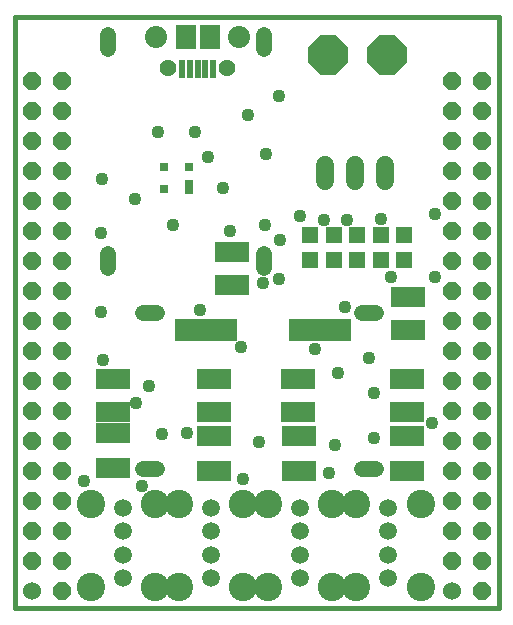
<source format=gts>
G75*
%MOIN*%
%OFA0B0*%
%FSLAX24Y24*%
%IPPOS*%
%LPD*%
%AMOC8*
5,1,8,0,0,1.08239X$1,22.5*
%
%ADD10C,0.0160*%
%ADD11C,0.0600*%
%ADD12OC8,0.0600*%
%ADD13OC8,0.1310*%
%ADD14C,0.0532*%
%ADD15C,0.0600*%
%ADD16R,0.1123X0.0651*%
%ADD17R,0.1123X0.0690*%
%ADD18R,0.0532X0.0532*%
%ADD19R,0.0296X0.0454*%
%ADD20R,0.0296X0.0296*%
%ADD21R,0.2060X0.0760*%
%ADD22C,0.0591*%
%ADD23C,0.0946*%
%ADD24R,0.0217X0.0591*%
%ADD25R,0.0651X0.0808*%
%ADD26C,0.0739*%
%ADD27C,0.0562*%
%ADD28C,0.0436*%
D10*
X002254Y004003D02*
X018396Y004003D01*
X018396Y023688D01*
X002254Y023688D01*
X002254Y004003D01*
D11*
X002825Y004558D03*
X016825Y004558D03*
D12*
X016825Y005558D03*
X016825Y006558D03*
X016825Y007558D03*
X016825Y008558D03*
X016825Y009558D03*
X016825Y010558D03*
X016825Y011558D03*
X017825Y011558D03*
X017825Y010558D03*
X017825Y009558D03*
X017825Y008558D03*
X017825Y007558D03*
X017825Y006558D03*
X017825Y005558D03*
X017825Y004558D03*
X017825Y012558D03*
X017825Y013558D03*
X017825Y014558D03*
X017825Y015558D03*
X017825Y016558D03*
X017825Y017558D03*
X017825Y018558D03*
X017825Y019558D03*
X017825Y020558D03*
X017825Y021558D03*
X016825Y021558D03*
X016825Y020558D03*
X016825Y019558D03*
X016825Y018558D03*
X016825Y017558D03*
X016825Y016558D03*
X016825Y015558D03*
X016825Y014558D03*
X016825Y013558D03*
X016825Y012558D03*
X003825Y012558D03*
X003825Y013558D03*
X003825Y014558D03*
X003825Y015558D03*
X003825Y016558D03*
X003825Y017558D03*
X003825Y018558D03*
X003825Y019558D03*
X003825Y020558D03*
X003825Y021558D03*
X002825Y021558D03*
X002825Y020558D03*
X002825Y019558D03*
X002825Y018558D03*
X002825Y017558D03*
X002825Y016558D03*
X002825Y015558D03*
X002825Y014558D03*
X002825Y013558D03*
X002825Y012558D03*
X002825Y011558D03*
X002825Y010558D03*
X002825Y009558D03*
X002825Y008558D03*
X002825Y007558D03*
X002825Y006558D03*
X002825Y005558D03*
X003825Y005558D03*
X003825Y004558D03*
X003825Y006558D03*
X003825Y007558D03*
X003825Y008558D03*
X003825Y009558D03*
X003825Y010558D03*
X003825Y011558D03*
D13*
X012687Y022428D03*
X014655Y022428D03*
D14*
X010570Y022633D02*
X010570Y023105D01*
X005370Y023105D02*
X005370Y022633D01*
X005370Y015805D02*
X005370Y015333D01*
X006536Y013840D02*
X007009Y013840D01*
X010570Y015333D02*
X010570Y015805D01*
X013836Y013840D02*
X014309Y013840D01*
X014309Y008640D02*
X013836Y008640D01*
X007009Y008640D02*
X006536Y008640D01*
D15*
X012592Y018221D02*
X012592Y018761D01*
X013592Y018761D02*
X013592Y018221D01*
X014592Y018221D02*
X014592Y018761D01*
D16*
X015325Y009712D03*
X015325Y008550D03*
X011742Y008550D03*
X011742Y009712D03*
X008907Y009712D03*
X008907Y008550D03*
X005522Y008668D03*
X005522Y009830D03*
D17*
X005522Y010538D03*
X005522Y011641D03*
X008907Y011641D03*
X008907Y010538D03*
X011703Y010538D03*
X011703Y011641D03*
X009498Y014751D03*
X009498Y015853D03*
X015364Y014357D03*
X015364Y013255D03*
X015325Y011641D03*
X015325Y010538D03*
D18*
X015246Y015597D03*
X015246Y016424D03*
X014459Y016424D03*
X014459Y015597D03*
X013671Y015597D03*
X013671Y016424D03*
X012884Y016424D03*
X012884Y015597D03*
X012096Y015597D03*
X012096Y016424D03*
D19*
X008061Y018038D03*
D20*
X008061Y018708D03*
X007234Y018708D03*
X007234Y017960D03*
D21*
X008622Y013255D03*
X012422Y013255D03*
D22*
X011762Y007342D03*
X011762Y006554D03*
X011762Y005767D03*
X011762Y004979D03*
X014714Y004979D03*
X014714Y005767D03*
X014714Y006554D03*
X014714Y007342D03*
X008809Y007342D03*
X008809Y006554D03*
X008809Y005767D03*
X008809Y004979D03*
X005856Y004979D03*
X005856Y005767D03*
X005856Y006554D03*
X005856Y007342D03*
D23*
X006927Y007448D03*
X007738Y007448D03*
X009880Y007448D03*
X010691Y007448D03*
X012833Y007448D03*
X013644Y007448D03*
X015785Y007448D03*
X015785Y004692D03*
X013644Y004692D03*
X012833Y004692D03*
X010691Y004692D03*
X009880Y004692D03*
X007738Y004692D03*
X006927Y004692D03*
X004785Y004692D03*
X004785Y007448D03*
D24*
X007844Y021966D03*
X008100Y021966D03*
X008356Y021966D03*
X008612Y021966D03*
X008868Y021966D03*
D25*
X008750Y023019D03*
X007962Y023015D03*
D26*
X006978Y023019D03*
X009734Y023019D03*
D27*
X009340Y021985D03*
X007372Y021985D03*
D28*
X007018Y019869D03*
X008277Y019869D03*
X008710Y019042D03*
X009183Y017979D03*
X009419Y016562D03*
X010600Y016759D03*
X011112Y016247D03*
X011781Y017074D03*
X012569Y016916D03*
X013317Y016916D03*
X014459Y016956D03*
X014813Y015027D03*
X016270Y015027D03*
X016270Y017113D03*
X013277Y014042D03*
X012254Y012625D03*
X013041Y011838D03*
X014065Y012310D03*
X014222Y011168D03*
X014222Y009672D03*
X012923Y009436D03*
X012726Y008491D03*
X010403Y009515D03*
X009852Y008294D03*
X008002Y009830D03*
X007175Y009790D03*
X006309Y010814D03*
X006742Y011405D03*
X005207Y012271D03*
X005128Y013845D03*
X005128Y016483D03*
X006270Y017625D03*
X005167Y018294D03*
X007529Y016759D03*
X008435Y013924D03*
X009813Y012704D03*
X010522Y014830D03*
X011073Y014948D03*
X010640Y019121D03*
X010049Y020420D03*
X011073Y021050D03*
X016151Y010145D03*
X006506Y008058D03*
X004577Y008216D03*
M02*

</source>
